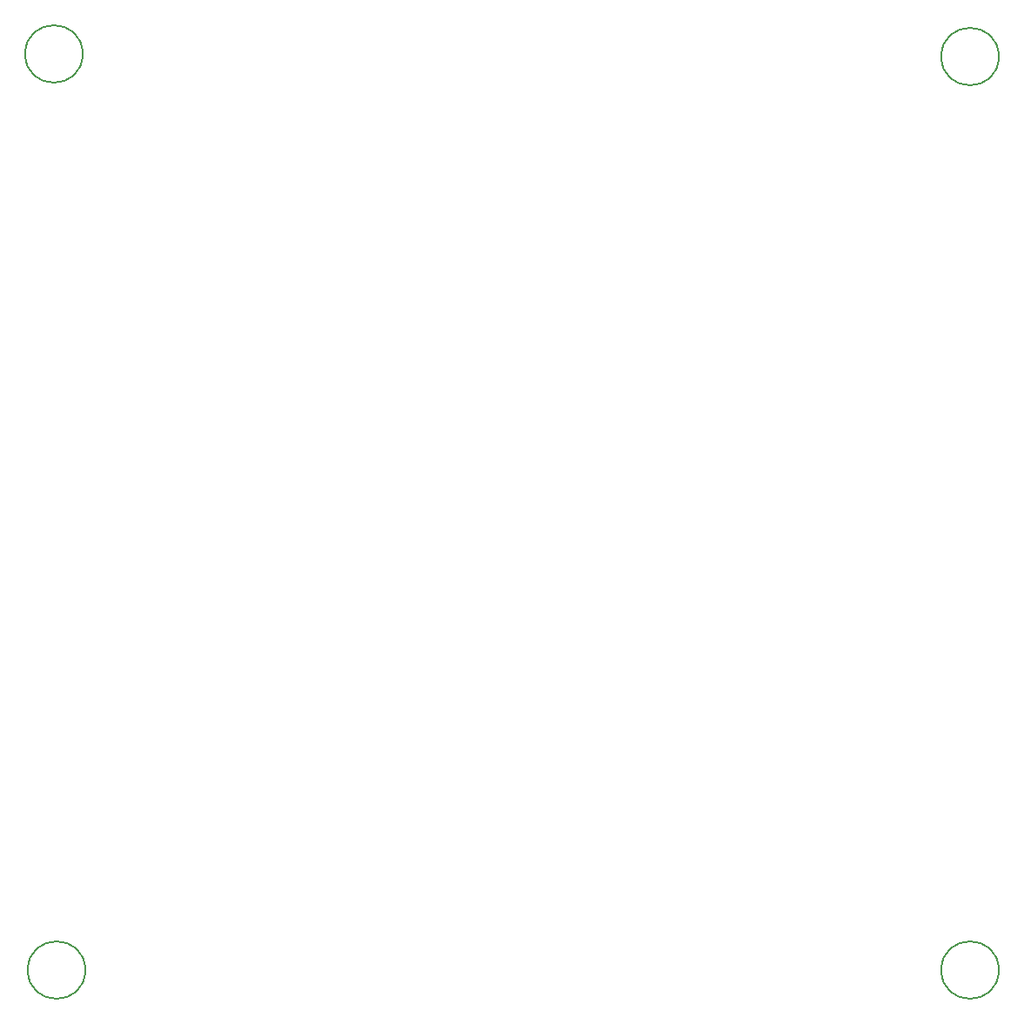
<source format=gbr>
%TF.GenerationSoftware,KiCad,Pcbnew,(6.0.2)*%
%TF.CreationDate,2022-11-07T20:40:14+00:00*%
%TF.ProjectId,testing_board,74657374-696e-4675-9f62-6f6172642e6b,rev?*%
%TF.SameCoordinates,Original*%
%TF.FileFunction,Other,Comment*%
%FSLAX46Y46*%
G04 Gerber Fmt 4.6, Leading zero omitted, Abs format (unit mm)*
G04 Created by KiCad (PCBNEW (6.0.2)) date 2022-11-07 20:40:14*
%MOMM*%
%LPD*%
G01*
G04 APERTURE LIST*
%ADD10C,0.150000*%
G04 APERTURE END LIST*
D10*
%TO.C,H2*%
X133610000Y-25400000D02*
G75*
G03*
X133610000Y-25400000I-2800000J0D01*
G01*
%TO.C,H3*%
X44710000Y-114300000D02*
G75*
G03*
X44710000Y-114300000I-2800000J0D01*
G01*
%TO.C,H4*%
X133610000Y-114300000D02*
G75*
G03*
X133610000Y-114300000I-2800000J0D01*
G01*
%TO.C,H1*%
X44456000Y-25146000D02*
G75*
G03*
X44456000Y-25146000I-2800000J0D01*
G01*
%TD*%
M02*

</source>
